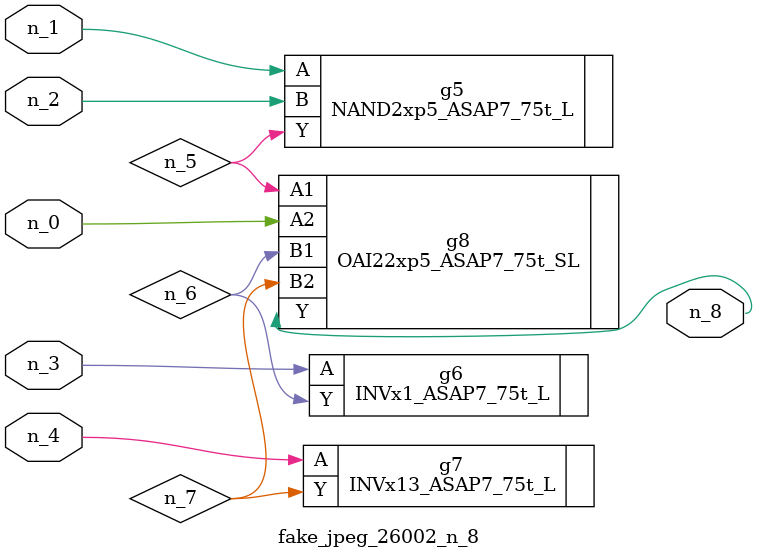
<source format=v>
module fake_jpeg_26002_n_8 (n_3, n_2, n_1, n_0, n_4, n_8);

input n_3;
input n_2;
input n_1;
input n_0;
input n_4;

output n_8;

wire n_6;
wire n_5;
wire n_7;

NAND2xp5_ASAP7_75t_L g5 ( 
.A(n_1),
.B(n_2),
.Y(n_5)
);

INVx1_ASAP7_75t_L g6 ( 
.A(n_3),
.Y(n_6)
);

INVx13_ASAP7_75t_L g7 ( 
.A(n_4),
.Y(n_7)
);

OAI22xp5_ASAP7_75t_SL g8 ( 
.A1(n_5),
.A2(n_0),
.B1(n_6),
.B2(n_7),
.Y(n_8)
);


endmodule
</source>
